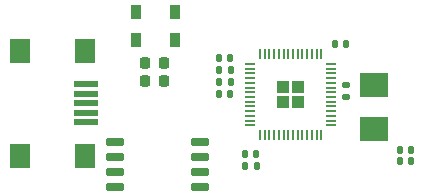
<source format=gbr>
%TF.GenerationSoftware,KiCad,Pcbnew,6.0.4*%
%TF.CreationDate,2022-07-04T15:33:54+01:00*%
%TF.ProjectId,bob,626f622e-6b69-4636-9164-5f7063625858,rev?*%
%TF.SameCoordinates,Original*%
%TF.FileFunction,Paste,Top*%
%TF.FilePolarity,Positive*%
%FSLAX46Y46*%
G04 Gerber Fmt 4.6, Leading zero omitted, Abs format (unit mm)*
G04 Created by KiCad (PCBNEW 6.0.4) date 2022-07-04 15:33:54*
%MOMM*%
%LPD*%
G01*
G04 APERTURE LIST*
G04 Aperture macros list*
%AMRoundRect*
0 Rectangle with rounded corners*
0 $1 Rounding radius*
0 $2 $3 $4 $5 $6 $7 $8 $9 X,Y pos of 4 corners*
0 Add a 4 corners polygon primitive as box body*
4,1,4,$2,$3,$4,$5,$6,$7,$8,$9,$2,$3,0*
0 Add four circle primitives for the rounded corners*
1,1,$1+$1,$2,$3*
1,1,$1+$1,$4,$5*
1,1,$1+$1,$6,$7*
1,1,$1+$1,$8,$9*
0 Add four rect primitives between the rounded corners*
20,1,$1+$1,$2,$3,$4,$5,0*
20,1,$1+$1,$4,$5,$6,$7,0*
20,1,$1+$1,$6,$7,$8,$9,0*
20,1,$1+$1,$8,$9,$2,$3,0*%
G04 Aperture macros list end*
%ADD10R,0.900000X1.200000*%
%ADD11RoundRect,0.225000X-0.225000X-0.250000X0.225000X-0.250000X0.225000X0.250000X-0.225000X0.250000X0*%
%ADD12R,1.700000X2.000000*%
%ADD13R,2.000000X0.500000*%
%ADD14RoundRect,0.050000X0.387500X-0.050000X0.387500X0.050000X-0.387500X0.050000X-0.387500X-0.050000X0*%
%ADD15RoundRect,0.050000X0.050000X-0.387500X0.050000X0.387500X-0.050000X0.387500X-0.050000X-0.387500X0*%
%ADD16RoundRect,0.250000X0.292217X-0.292217X0.292217X0.292217X-0.292217X0.292217X-0.292217X-0.292217X0*%
%ADD17RoundRect,0.150000X-0.650000X-0.150000X0.650000X-0.150000X0.650000X0.150000X-0.650000X0.150000X0*%
%ADD18RoundRect,0.140000X-0.140000X-0.170000X0.140000X-0.170000X0.140000X0.170000X-0.140000X0.170000X0*%
%ADD19R,2.400000X2.000000*%
%ADD20RoundRect,0.135000X0.135000X0.185000X-0.135000X0.185000X-0.135000X-0.185000X0.135000X-0.185000X0*%
%ADD21RoundRect,0.135000X-0.185000X0.135000X-0.185000X-0.135000X0.185000X-0.135000X0.185000X0.135000X0*%
%ADD22RoundRect,0.140000X0.140000X0.170000X-0.140000X0.170000X-0.140000X-0.170000X0.140000X-0.170000X0*%
G04 APERTURE END LIST*
D10*
%TO.C,D2*%
X29649164Y-20130000D03*
X32949164Y-20130000D03*
%TD*%
%TO.C,D1*%
X29649164Y-17780000D03*
X32949164Y-17780000D03*
%TD*%
D11*
%TO.C,C5*%
X30399164Y-23580000D03*
X31949164Y-23580000D03*
%TD*%
%TO.C,C3*%
X30399164Y-22080000D03*
X31949164Y-22080000D03*
%TD*%
D12*
%TO.C,J2*%
X19799164Y-29950000D03*
X19799164Y-21050000D03*
X25249164Y-29950000D03*
X25249164Y-21050000D03*
D13*
X25349164Y-27100000D03*
X25349164Y-26300000D03*
X25349164Y-25500000D03*
X25349164Y-24700000D03*
X25349164Y-23900000D03*
%TD*%
D14*
%TO.C,U1*%
X39262500Y-27380000D03*
X39262500Y-26980000D03*
X39262500Y-26580000D03*
X39262500Y-26180000D03*
X39262500Y-25780000D03*
X39262500Y-25380000D03*
X39262500Y-24980000D03*
X39262500Y-24580000D03*
X39262500Y-24180000D03*
X39262500Y-23780000D03*
X39262500Y-23380000D03*
X39262500Y-22980000D03*
X39262500Y-22580000D03*
X39262500Y-22180000D03*
D15*
X40100000Y-21342500D03*
X40500000Y-21342500D03*
X40900000Y-21342500D03*
X41300000Y-21342500D03*
X41700000Y-21342500D03*
X42100000Y-21342500D03*
X42500000Y-21342500D03*
X42900000Y-21342500D03*
X43300000Y-21342500D03*
X43700000Y-21342500D03*
X44100000Y-21342500D03*
X44500000Y-21342500D03*
X44900000Y-21342500D03*
X45300000Y-21342500D03*
D14*
X46137500Y-22180000D03*
X46137500Y-22580000D03*
X46137500Y-22980000D03*
X46137500Y-23380000D03*
X46137500Y-23780000D03*
X46137500Y-24180000D03*
X46137500Y-24580000D03*
X46137500Y-24980000D03*
X46137500Y-25380000D03*
X46137500Y-25780000D03*
X46137500Y-26180000D03*
X46137500Y-26580000D03*
X46137500Y-26980000D03*
X46137500Y-27380000D03*
D15*
X45300000Y-28217500D03*
X44900000Y-28217500D03*
X44500000Y-28217500D03*
X44100000Y-28217500D03*
X43700000Y-28217500D03*
X43300000Y-28217500D03*
X42900000Y-28217500D03*
X42500000Y-28217500D03*
X42100000Y-28217500D03*
X41700000Y-28217500D03*
X41300000Y-28217500D03*
X40900000Y-28217500D03*
X40500000Y-28217500D03*
X40100000Y-28217500D03*
D16*
X43337500Y-24142500D03*
X42062500Y-24142500D03*
X43337500Y-25417500D03*
X42062500Y-25417500D03*
%TD*%
D17*
%TO.C,U2*%
X35000000Y-28770000D03*
X35000000Y-30040000D03*
X35000000Y-31310000D03*
X35000000Y-32580000D03*
X27800000Y-32580000D03*
X27800000Y-31310000D03*
X27800000Y-30040000D03*
X27800000Y-28770000D03*
%TD*%
D18*
%TO.C,C1*%
X47400000Y-20500000D03*
X46440000Y-20500000D03*
%TD*%
D19*
%TO.C,Y1*%
X49800000Y-23980000D03*
X49800000Y-27680000D03*
%TD*%
D20*
%TO.C,R5*%
X38799164Y-30830000D03*
X39819164Y-30830000D03*
%TD*%
D21*
%TO.C,R4*%
X47350000Y-24950000D03*
X47350000Y-23930000D03*
%TD*%
D20*
%TO.C,R2*%
X36600000Y-22680000D03*
X37620000Y-22680000D03*
%TD*%
%TO.C,R3*%
X36600000Y-23680000D03*
X37620000Y-23680000D03*
%TD*%
D22*
%TO.C,C2*%
X36610000Y-21680000D03*
X37570000Y-21680000D03*
%TD*%
%TO.C,C8*%
X39800000Y-29830000D03*
X38840000Y-29830000D03*
%TD*%
%TO.C,C6*%
X36610000Y-24680000D03*
X37570000Y-24680000D03*
%TD*%
%TO.C,C7*%
X52899164Y-29430000D03*
X51939164Y-29430000D03*
%TD*%
%TO.C,C9*%
X51939164Y-30380000D03*
X52899164Y-30380000D03*
%TD*%
M02*

</source>
